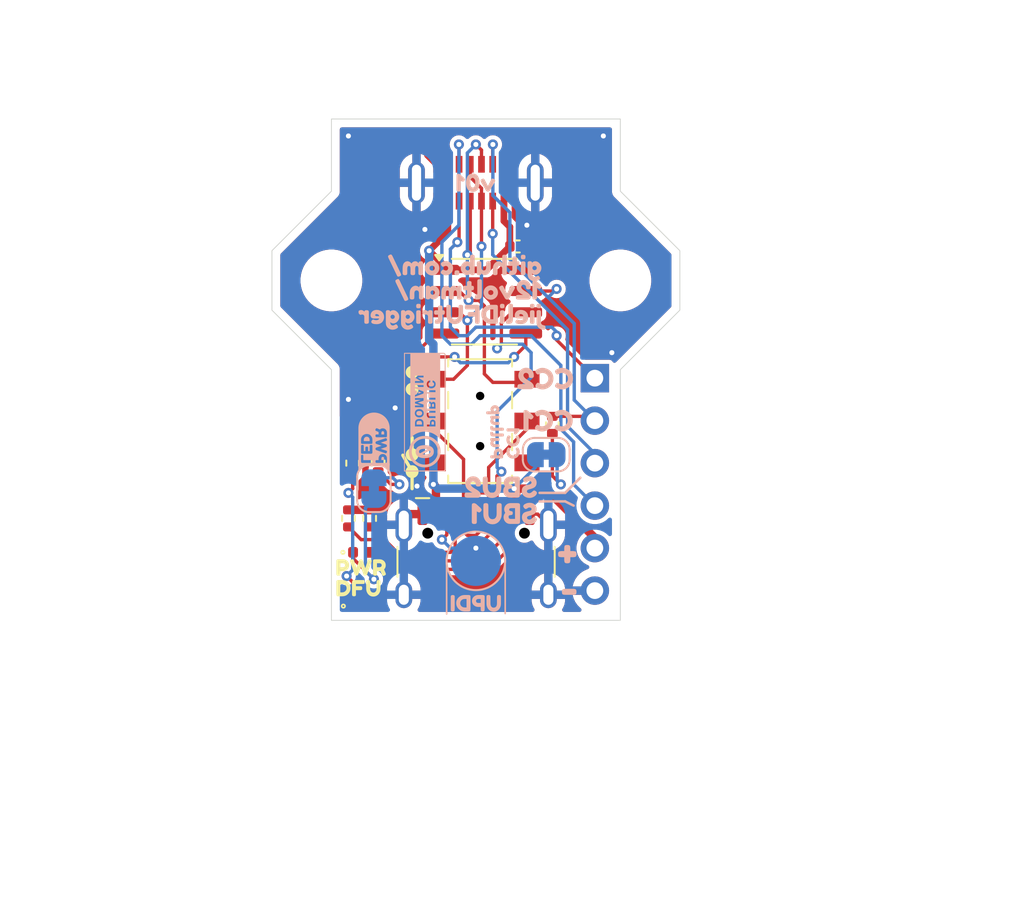
<source format=kicad_pcb>
(kicad_pcb (version 20240108) (generator "pcbnew") (generator_version "8.0")
  (layers (0 "F.Cu" signal) (31 "B.Cu" signal) (34 "B.Paste" user) (35 "F.Paste" user) (36 "B.SilkS" user "B.Silkscreen") (37 "F.SilkS" user "F.Silkscreen") (38 "B.Mask" user) (39 "F.Mask" user) (44 "Edge.Cuts" user))
  (net 0 "")
  (net 1 "GND")
  (net 2 "VBUS")
  (net 3 "/CC2up")
  (net 4 "/CC1up")
  (net 5 "/CC1down")
  (net 6 "/DMdown")
  (net 7 "/DPdown")
  (net 8 "/CC2down")
  (net 9 "/DPup")
  (net 10 "/DMup")
  (net 11 "/SBU2")
  (net 12 "/SBU1")
  (net 13 "Net-(D2-K)")
  (net 14 "/LED")
  (net 15 "/BUT")
  (net 16 "Net-(JP2-B)")
  (net 17 "Net-(D1-K)")
  (net 18 "Net-(JP1-B)")
  (net 21 "/UPDI")
  (footprint "Connector_PinHeader_2.54mm:PinHeader_1x06_P2.54mm_Vertical" (layer "F.Cu") (at 92.71 41.656)
    (property "Reference" "J3" (hide yes))
    (property "Value" "Conn_01x06")
    (pad "1" thru_hole rect (at 0 0) (size 1.7 1.7) (drill 1) (layers "*.Cu" "*.Mask") (net 8 "/CC2down"))
    (pad "2" thru_hole oval (at 0 2.54) (size 1.7 1.7) (drill 1) (layers "*.Cu" "*.Mask") (net 5 "/CC1down"))
    (pad "3" thru_hole oval (at 0 5.08) (size 1.7 1.7) (drill 1) (layers "*.Cu" "*.Mask") (net 11 "/SBU2"))
    (pad "4" thru_hole oval (at 0 7.62) (size 1.7 1.7) (drill 1) (layers "*.Cu" "*.Mask") (net 12 "/SBU1"))
    (pad "5" thru_hole oval (at 0 10.16) (size 1.7 1.7) (drill 1) (layers "*.Cu" "*.Mask") (net 2 "VBUS"))
    (pad "6" thru_hole oval (at 0 12.7) (size 1.7 1.7) (drill 1) (layers "*.Cu" "*.Mask") (net 1 "GND"))
  )
  (footprint "LED_SMD:LED_0402_1005Metric" (layer "F.Cu") (at 78.766944 55.28288)
    (property "Reference" "D1" (hide yes))
    (property "Value" "LED")
    (pad "1" smd roundrect (at -0.485 0) (size 0.59 0.64) (layers "F.Cu" "F.Paste" "F.Mask") (net 17 "Net-(D1-K)"))
    (pad "2" smd roundrect (at 0.485 0) (size 0.59 0.64) (layers "F.Cu" "F.Paste" "F.Mask") (net 2 "VBUS"))
  )
  (footprint "Resistor_SMD:R_0402_1005Metric" (layer "F.Cu") (at 79.756 46.736 -90)
    (property "Reference" "R4" (hide yes))
    (property "Value" "510")
    (pad "1" smd roundrect (at -0.509999 0 270) (size 0.54 0.64) (layers "F.Cu" "F.Paste" "F.Mask") (net 1 "GND"))
    (pad "2" smd roundrect (at 0.509999 0 270) (size 0.54 0.64) (layers "F.Cu" "F.Paste" "F.Mask") (net 18 "Net-(JP1-B)"))
  )
  (footprint "MountingHole:MountingHole_3.2mm_M3" (layer "F.Cu") (at 76.962 35.814)
    (property "Reference" "H2" (hide yes))
    (property "Value" "MountingHole")
    (pad "" np_thru_hole circle (at 0 0) (size 3.2 3.2) (drill 3.2) (layers "*.Cu" "*.Mask"))
  )
  (footprint "Connector_USB:USB_C_Receptacle_HCTL_HC-TYPE-C-16P-01A" (layer "F.Cu") (at 85.61 53.529)
    (property "Reference" "J1" (hide yes))
    (property "Value" "USB_C_Receptacle_USB2.0_16P")
    (pad "" np_thru_hole circle (at -2.89 -2.605) (size 0.65 0.65) (drill 0.65) (layers "*.Mask"))
    (pad "" np_thru_hole circle (at 2.89 -2.605) (size 0.65 0.65) (drill 0.65) (layers "*.Mask"))
    (pad "A1" smd roundrect (at -3.2 -3.745) (size 0.6 1.3) (layers "F.Cu" "F.Paste" "F.Mask") (net 1 "GND"))
    (pad "A4" smd roundrect (at -2.4 -3.745) (size 0.6 1.3) (layers "F.Cu" "F.Paste" "F.Mask") (net 2 "VBUS"))
    (pad "A5" smd roundrect (at -1.25 -3.745) (size 0.3 1.3) (layers "F.Cu" "F.Paste" "F.Mask") (net 4 "/CC1up"))
    (pad "A6" smd roundrect (at -0.25 -3.745) (size 0.3 1.3) (layers "F.Cu" "F.Paste" "F.Mask") (net 9 "/DPup"))
    (pad "A7" smd roundrect (at 0.25 -3.745) (size 0.3 1.3) (layers "F.Cu" "F.Paste" "F.Mask") (net 10 "/DMup"))
    (pad "A8" smd roundrect (at 1.25 -3.745) (size 0.3 1.3) (layers "F.Cu" "F.Paste" "F.Mask") (net 21 "/UPDI"))
    (pad "A9" smd roundrect (at 2.4 -3.745) (size 0.6 1.3) (layers "F.Cu" "F.Paste" "F.Mask") (net 2 "VBUS"))
    (pad "A12" smd roundrect (at 3.2 -3.745) (size 0.6 1.3) (layers "F.Cu" "F.Paste" "F.Mask") (net 1 "GND"))
    (pad "B1" smd roundrect (at 3.2 -3.745) (size 0.6 1.3) (layers "F.Cu" "F.Paste" "F.Mask") (net 1 "GND"))
    (pad "B4" smd roundrect (at 2.4 -3.745) (size 0.6 1.3) (layers "F.Cu" "F.Paste" "F.Mask") (net 2 "VBUS"))
    (pad "B5" smd roundrect (at 1.75 -3.745) (size 0.3 1.3) (layers "F.Cu" "F.Paste" "F.Mask") (net 3 "/CC2up"))
    (pad "B6" smd roundrect (at 0.75 -3.745) (size 0.3 1.3) (layers "F.Cu" "F.Paste" "F.Mask") (net 9 "/DPup"))
    (pad "B7" smd roundrect (at -0.75 -3.745) (size 0.3 1.3) (layers "F.Cu" "F.Paste" "F.Mask") (net 10 "/DMup"))
    (pad "B8" smd roundrect (at -1.75 -3.745) (size 0.3 1.3) (layers "F.Cu" "F.Paste" "F.Mask") (net 21 "/UPDI"))
    (pad "B9" smd roundrect (at -2.4 -3.745) (size 0.6 1.3) (layers "F.Cu" "F.Paste" "F.Mask") (net 2 "VBUS"))
    (pad "B12" smd roundrect (at -3.2 -3.745) (size 0.6 1.3) (layers "F.Cu" "F.Paste" "F.Mask") (net 1 "GND"))
    (pad "S1" thru_hole oval (at -4.32 -3.105) (size 1 2.1) (drill oval 0.6 1.7) (layers "*.Cu" "*.Mask") (net 1 "GND"))
    (pad "S1" thru_hole oval (at -4.32 1.075) (size 1 1.6) (drill oval 0.6 1.2) (layers "*.Cu" "*.Mask") (net 1 "GND"))
    (pad "S1" thru_hole oval (at 4.32 -3.105) (size 1 2.1) (drill oval 0.6 1.7) (layers "*.Cu" "*.Mask") (net 1 "GND"))
    (pad "S1" thru_hole oval (at 4.32 1.075) (size 1 1.6) (drill oval 0.6 1.2) (layers "*.Cu" "*.Mask") (net 1 "GND"))
  )
  (footprint "Resistor_SMD:R_0402_1005Metric" (layer "F.Cu") (at 79.248 50.038 90)
    (property "Reference" "R1" (hide yes))
    (property "Value" "5.1k")
    (pad "1" smd roundrect (at -0.509999 0 90) (size 0.54 0.64) (layers "F.Cu" "F.Paste" "F.Mask") (net 4 "/CC1up"))
    (pad "2" smd roundrect (at 0.509999 0 90) (size 0.54 0.64) (layers "F.Cu" "F.Paste" "F.Mask") (net 1 "GND"))
  )
  (footprint "Resistor_SMD:R_0402_1005Metric" (layer "F.Cu") (at 90.17 44.45 90)
    (property "Reference" "R5" (hide yes))
    (property "Value" "56k")
    (pad "1" smd roundrect (at -0.509999 0 90) (size 0.54 0.64) (layers "F.Cu" "F.Paste" "F.Mask") (net 16 "Net-(JP2-B)"))
    (pad "2" smd roundrect (at 0.509999 0 90) (size 0.54 0.64) (layers "F.Cu" "F.Paste" "F.Mask") (net 5 "/CC1down"))
  )
  (footprint "MountingHole:MountingHole_3.2mm_M3" (layer "F.Cu") (at 94.234 35.814)
    (property "Reference" "H1" (hide yes))
    (property "Value" "MountingHole")
    (pad "" np_thru_hole circle (at 0 0) (size 3.2 3.2) (drill 3.2) (layers "*.Cu" "*.Mask"))
  )
  (footprint "kibuzzard-668124E2" (layer "F.Cu") (at 78.74 53.594)
    (property "Reference" "kibuzzard-668124E2" (hide yes))
    (property "Value" "G***" (hide yes))
  )
  (footprint "LED_SMD:LED_0402_1005Metric" (layer "F.Cu") (at 78.74 52.07)
    (property "Reference" "D2" (hide yes))
    (property "Value" "LED")
    (pad "1" smd roundrect (at -0.485 0) (size 0.59 0.64) (layers "F.Cu" "F.Paste" "F.Mask") (net 13 "Net-(D2-K)"))
    (pad "2" smd roundrect (at 0.485 0) (size 0.59 0.64) (layers "F.Cu" "F.Paste" "F.Mask") (net 2 "VBUS"))
  )
  (footprint "Resistor_SMD:R_0402_1005Metric" (layer "F.Cu") (at 78.232 46.736 90)
    (property "Reference" "R3" (hide yes))
    (property "Value" "510")
    (pad "1" smd roundrect (at -0.509999 0 90) (size 0.54 0.64) (layers "F.Cu" "F.Paste" "F.Mask") (net 17 "Net-(D1-K)"))
    (pad "2" smd roundrect (at 0.509999 0 90) (size 0.54 0.64) (layers "F.Cu" "F.Paste" "F.Mask") (net 14 "/LED"))
  )
  (footprint "Resistor_SMD:R_0402_1005Metric" (layer "F.Cu") (at 77.978 50.038 90)
    (property "Reference" "R2" (hide yes))
    (property "Value" "5.1k")
    (pad "1" smd roundrect (at -0.509999 0 90) (size 0.54 0.64) (layers "F.Cu" "F.Paste" "F.Mask") (net 3 "/CC2up"))
    (pad "2" smd roundrect (at 0.509999 0 90) (size 0.54 0.64) (layers "F.Cu" "F.Paste" "F.Mask") (net 1 "GND"))
  )
  (footprint "Package_SO:SOIC-8_3.9x4.9mm_P1.27mm" (layer "F.Cu") (at 86.106 37.084)
    (property "Reference" "U1" (hide yes))
    (property "Value" "ATtiny412-SSNR")
    (pad "1" smd roundrect (at -2.475 -1.905) (size 1.95 0.6) (layers "F.Cu" "F.Paste" "F.Mask") (net 2 "VBUS"))
    (pad "2" smd roundrect (at -2.475 -0.635) (size 1.95 0.6) (layers "F.Cu" "F.Paste" "F.Mask") (net 7 "/DPdown"))
    (pad "3" smd roundrect (at -2.475 0.635) (size 1.95 0.6) (layers "F.Cu" "F.Paste" "F.Mask") (net 6 "/DMdown"))
    (pad "4" smd roundrect (at -2.475 1.905) (size 1.95 0.6) (layers "F.Cu" "F.Paste" "F.Mask") (net 14 "/LED"))
    (pad "5" smd roundrect (at 2.475 1.905) (size 1.95 0.6) (layers "F.Cu" "F.Paste" "F.Mask") (net 15 "/BUT"))
    (pad "6" smd roundrect (at 2.475 0.635) (size 1.95 0.6) (layers "F.Cu" "F.Paste" "F.Mask") (net 21 "/UPDI"))
    (pad "7" smd roundrect (at 2.475 -0.635) (size 1.95 0.6) (layers "F.Cu" "F.Paste" "F.Mask") (net 5 "/CC1down"))
    (pad "8" smd roundrect (at 2.475 -1.905) (size 1.95 0.6) (layers "F.Cu" "F.Paste" "F.Mask") (net 1 "GND"))
  )
  (footprint "Capacitor_SMD:C_0402_1005Metric" (layer "F.Cu") (at 88.11 33.782)
    (property "Reference" "C1" (hide yes))
    (property "Value" "1u")
    (pad "1" smd roundrect (at -0.48 0) (size 0.56 0.62) (layers "F.Cu" "F.Paste" "F.Mask") (net 2 "VBUS"))
    (pad "2" smd roundrect (at 0.48 0) (size 0.56 0.62) (layers "F.Cu" "F.Paste" "F.Mask") (net 1 "GND"))
  )
  (footprint "maxfootprints:DPDT-Slide_top" (layer "F.Cu") (at 85.852 44.22 -90)
    (property "Reference" "SW2" (hide yes))
    (property "Value" "SW_DPDT_x2")
    (pad "" np_thru_hole circle (at -1.5 0 270) (size 0.5 0.5) (drill 0.9) (layers "*.Mask"))
    (pad "" np_thru_hole circle (at 1.5 0 270) (size 0.5 0.5) (drill 0.9) (layers "*.Mask"))
    (pad "1" smd rect (at -2.5 -2.8 270) (size 1 1.5) (layers "F.Cu" "F.Paste" "F.Mask") (net 7 "/DPdown"))
    (pad "2" smd rect (at 0 -2.8 270) (size 1 1.5) (layers "F.Cu" "F.Paste" "F.Mask") (net 9 "/DPup"))
    (pad "3" smd rect (at 2.5 -2.8 270) (size 1 1.5) (layers "F.Cu" "F.Paste" "F.Mask"))
    (pad "4" smd rect (at -2.5 2.8 270) (size 1 1.5) (layers "F.Cu" "F.Paste" "F.Mask") (net 6 "/DMdown"))
    (pad "5" smd rect (at 0 2.8 270) (size 1 1.5) (layers "F.Cu" "F.Paste" "F.Mask") (net 10 "/DMup"))
    (pad "6" smd rect (at 2.5 2.8 270) (size 1 1.5) (layers "F.Cu" "F.Paste" "F.Mask"))
  )
  (footprint "maxfootprints:TINYTACTILE" (layer "F.Cu") (at 79.502 42.672 90)
    (property "Reference" "SW1" (hide yes))
    (property "Value" "SW_Push")
    (pad "1" smd rect (at -2.225001 0 90) (size 1.05 2) (layers "F.Cu" "F.Paste" "F.Mask") (net 15 "/BUT"))
    (pad "2" smd rect (at 2.225001 0 90) (size 1.05 2) (layers "F.Cu" "F.Paste" "F.Mask") (net 1 "GND"))
  )
  (footprint "maxfootprints:USB_C_PLUG_VERT_YTC-TC16S-128" (layer "F.Cu") (at 85.598 29.972)
    (property "Reference" "J2" (hide yes))
    (property "Value" "USB_C_Receptacle_USB2.0_16P" (hide yes))
    (pad "A1" smd rect (at 2.345 -1.1) (size 0.4 1) (layers "F.Cu" "F.Paste" "F.Mask") (net 1 "GND"))
    (pad "A4" smd rect (at 1.675 -1.1) (size 0.4 1) (layers "F.Cu" "F.Paste" "F.Mask") (net 2 "VBUS"))
    (pad "A5" smd rect (at 1.005 -1.1) (size 0.4 1) (layers "F.Cu" "F.Paste" "F.Mask") (net 5 "/CC1down"))
    (pad "A6" smd rect (at 0.335 -1.1) (size 0.4 1) (layers "F.Cu" "F.Paste" "F.Mask") (net 7 "/DPdown"))
    (pad "A7" smd rect (at -0.335 -1.1) (size 0.4 1) (layers "F.Cu" "F.Paste" "F.Mask") (net 6 "/DMdown"))
    (pad "A8" smd rect (at -1.005 -1.1) (size 0.4 1) (layers "F.Cu" "F.Paste" "F.Mask") (net 12 "/SBU1"))
    (pad "A9" smd rect (at -1.675 -1.1) (size 0.4 1) (layers "F.Cu" "F.Paste" "F.Mask") (net 2 "VBUS"))
    (pad "A12" smd rect (at -2.345 -1.1) (size 0.4 1) (layers "F.Cu" "F.Paste" "F.Mask") (net 1 "GND"))
    (pad "B1" smd rect (at -2.345 1.1) (size 0.4 1) (layers "F.Cu" "F.Paste" "F.Mask") (net 1 "GND"))
    (pad "B4" smd rect (at -1.675 1.1) (size 0.4 1) (layers "F.Cu" "F.Paste" "F.Mask") (net 2 "VBUS"))
    (pad "B5" smd rect (at -1.005 1.1) (size 0.4 1) (layers "F.Cu" "F.Paste" "F.Mask") (net 8 "/CC2down"))
    (pad "B6" smd rect (at -0.335 1.1) (size 0.4 1) (layers "F.Cu" "F.Paste" "F.Mask") (net 7 "/DPdown"))
    (pad "B7" smd rect (at 0.335 1.1) (size 0.4 1) (layers "F.Cu" "F.Paste" "F.Mask") (net 6 "/DMdown"))
    (pad "B8" smd rect (at 1.005 1.1) (size 0.4 1) (layers "F.Cu" "F.Paste" "F.Mask") (net 11 "/SBU2"))
    (pad "B9" smd rect (at 1.675 1.1) (size 0.4 1) (layers "F.Cu" "F.Paste" "F.Mask") (net 2 "VBUS"))
    (pad "B12" smd rect (at 2.345 1.1) (size 0.4 1) (layers "F.Cu" "F.Paste" "F.Mask") (net 1 "GND"))
    (pad "S1" thru_hole oval (at -3.55 0) (size 1 2.5) (drill oval 0.55 2.15) (layers "*.Cu" "*.Mask") (net 1 "GND"))
    (pad "S1" thru_hole oval (at 3.55 0) (size 1 2.5) (drill oval 0.55 2.15) (layers "*.Cu" "*.Mask") (net 1 "GND"))
  )
  (footprint "kibuzzard-6681489B" (layer "B.Cu") (at 89.744539 41.680571 180)
    (property "Reference" "kibuzzard-6681489B" (hide yes))
    (property "Value" "G***" (hide yes))
  )
  (footprint "kibuzzard-668146A2" (layer "B.Cu") (at 85.596431 55.118 180)
    (property "Reference" "kibuzzard-668146A2" (hide yes))
    (property "Value" "G***" (hide yes))
  )
  (footprint "kibuzzard-66814327" (layer "B.Cu") (at 84.168038 36.51126 180)
    (property "Reference" "kibuzzard-66814327" (hide yes))
    (property "Value" "G***" (hide yes))
  )
  (footprint "kibuzzard-66814765" (layer "B.Cu") (at 79.509622 45.295931 90)
    (property "Reference" "kibuzzard-66814765" (hide yes))
    (property "Value" "G***" (hide yes))
  )
  (footprint "kibuzzard-66814857" (layer "B.Cu") (at 87.217029 44.869486 90)
    (property "Reference" "kibuzzard-66814857" (hide yes))
    (property "Value" "G***" (hide yes))
  )
  (footprint "kibuzzard-668148BC" (layer "B.Cu") (at 87.08711 48.956022 180)
    (property "Reference" "kibuzzard-668148BC" (hide yes))
    (property "Value" "G***" (hide yes))
  )
  (footprint "kibuzzard-668145FF" (layer "B.Cu") (at 91.062268 53.117634 180)
    (property "Reference" "kibuzzard-668145FF" (hide yes))
    (property "Value" "G***" (hide yes))
  )
  (footprint "TestPoint:TestPoint_Pad_D3.0mm" (layer "B.Cu") (at 85.598 52.578 180)
    (property "Reference" "TP1" (hide yes))
    (property "Value" "TestPoint")
    (pad "1" smd circle (at 0 0 180) (size 3 3) (layers "B.Cu" "B.Mask") (net 21 "/UPDI"))
  )
  (footprint "kibuzzard-6680AAC4" (layer "B.Cu") (at 85.598 29.972 180)
    (property "Reference" "kibuzzard-6680AAC4" (hide yes))
    (property "Value" "G***" (hide yes))
  )
  (footprint "LOGO" (layer "B.Cu") (at 82.55 43.688 90)
    (property "Reference" "G***" (hide yes))
    (property "Value" "LOGO" (hide yes))
  )
  (footprint "Jumper:SolderJumper-2_P1.3mm_Bridged_RoundedPad1.0x1.5mm" (layer "B.Cu") (at 79.502 48.26 90)
    (property "Reference" "JP1" (hide yes))
    (property "Value" "SolderJumper_2_Bridged")
    (fp_poly (pts (xy 0.25 0.3) (xy -0.25 0.3) (xy -0.25 -0.3) (xy 0.25 -0.3)) (fill solid) (layer "B.Cu"))
    (pad "1" smd custom (at -0.649999 0 90) (size 1 0.5) (layers "B.Cu" "B.Mask") (net 13 "Net-(D2-K)") (options (clearance outline) (anchor rect)) (primitives (gr_circle (center 0 -0.25) (end 0.5 -0.25) (width 0) (fill yes)) (gr_circle (center 0 0.25) (end 0.5 0.25) (width 0) (fill yes)) (gr_poly (pts (xy 0.5 -0.75) (xy 0 -0.75) (xy 0 0.75) (xy 0.5 0.75)) (width 0) (fill yes))))
    (pad "2" smd custom (at 0.649999 0 90) (size 1 0.5) (layers "B.Cu" "B.Mask") (net 18 "Net-(JP1-B)") (options (clearance outline) (anchor rect)) (primitives (gr_circle (center 0 -0.25) (end 0.5 -0.25) (width 0) (fill yes)) (gr_circle (center 0 0.25) (end 0.5 0.25) (width 0) (fill yes)) (gr_poly (pts (xy 0 -0.75) (xy -0.5 -0.75) (xy -0.5 0.75) (xy 0 0.75)) (width 0) (fill yes))))
  )
  (footprint "kibuzzard-66814893" (layer "B.Cu") (at 89.916 44.196 180)
    (property "Reference" "kibuzzard-66814893" (hide yes))
    (property "Value" "G***" (hide yes))
  )
  (footprint "Jumper:SolderJumper-2_P1.3mm_Bridged_RoundedPad1.0x1.5mm" (layer "B.Cu") (at 89.804 46.228)
    (property "Reference" "JP2" (hide yes))
    (property "Value" "SolderJumper_2_Bridged")
    (fp_poly (pts (xy 0.25 0.3) (xy -0.25 0.3) (xy -0.25 -0.3) (xy 0.25 -0.3)) (fill solid) (layer "B.Cu"))
    (pad "1" smd custom (at -0.649999 0) (size 1 0.5) (layers "B.Cu" "B.Mask") (net 2 "VBUS") (options (clearance outline) (anchor rect)) (primitives (gr_circle (center 0 -0.25) (end 0.5 -0.25) (width 0) (fill yes)) (gr_circle (center 0 0.25) (end 0.5 0.25) (width 0) (fill yes)) (gr_poly (pts (xy 0.5 -0.75) (xy 0 -0.75) (xy 0 0.75) (xy 0.5 0.75)) (width 0) (fill yes))))
    (pad "2" smd custom (at 0.649999 0) (size 1 0.5) (layers "B.Cu" "B.Mask") (net 16 "Net-(JP2-B)") (options (clearance outline) (anchor rect)) (primitives (gr_circle (center 0 -0.25) (end 0.5 -0.25) (width 0) (fill yes)) (gr_circle (center 0 0.25) (end 0.5 0.25) (width 0) (fill yes)) (gr_poly (pts (xy 0 -0.75) (xy -0.5 -0.75) (xy -0.5 0.75) (xy 0 0.75)) (width 0) (fill yes))))
  )
  (gr_line (start 83.848 52.479591) (end 83.84938 55.747301) (stroke (width 0.1)) (layer "B.SilkS"))
  (gr_line (start 90.932 48.514) (end 91.838971 47.609207) (stroke (width 0.15)) (layer "B.SilkS"))
  (gr_line (start 89.408 49.022) (end 90.932 49.022) (stroke (width 0.15)) (layer "B.SilkS"))
  (gr_line (start 90.932 49.022) (end 91.44 49.276) (stroke (width 0.15)) (layer "B.SilkS"))
  (gr_line (start 87.348 52.479591) (end 87.35198 55.724409) (stroke (width 0.1)) (layer "B.SilkS"))
  (gr_poly (pts (xy 80.443924 47.166815) (xy 79.958935 46.770006) (xy 80.445369 46.748465)) (fill solid) (layer "B.SilkS"))
  (gr_poly (pts (xy 78.972131 46.818904) (xy 78.5718 47.176989) (xy 78.575192 46.878535)) (fill solid) (layer "B.SilkS"))
  (gr_line (start 89.408 48.514) (end 90.932 48.514) (stroke (width 0.15)) (layer "B.SilkS"))
  (gr_line (start 81.78513 48.26) (end 81.78513 47.244) (stroke (width 0.2)) (layer "F.SilkS"))
  (gr_line (start 81.788 43.332322) (end 81.788 42.316322) (stroke (width 0.2)) (layer "F.SilkS"))
  (gr_line (start 81.788 42.316322) (end 81.788 41.300322) (stroke (width 0.2)) (layer "F.SilkS"))
  (gr_line (start 81.78513 46.228) (end 81.78513 45.212) (stroke (width 0.2)) (layer "F.SilkS"))
  (gr_circle (center 81.788 41.300322) (end 81.873919 41.303337) (stroke (width 0.3)) (fill none) (layer "F.SilkS"))
  (gr_line (start 81.788 41.300322) (end 81.788 40.284322) (stroke (width 0.2)) (layer "F.SilkS"))
  (gr_circle (center 81.788 42.316322) (end 81.873919 42.319337) (stroke (width 0.3)) (fill none) (layer "F.SilkS"))
  (gr_line (start 81.78513 47.244) (end 81.230941 46.263983) (stroke (width 0.2)) (layer "F.SilkS"))
  (gr_circle (center 81.78513 46.228) (end 81.871049 46.231015) (stroke (width 0.3)) (fill none) (layer "F.SilkS"))
  (gr_circle (center 81.78513 47.244) (end 81.871049 47.247015) (stroke (width 0.3)) (fill none) (layer "F.SilkS"))
  (gr_poly (pts (xy 76.962 26.162) (xy 94.234 26.162) (xy 94.234 30.48) (xy 97.79 34.036) (xy 97.79 37.592) (xy 94.234 41.148) (xy 94.234 56.134) (xy 76.962 56.134) (xy 76.962 41.148) (xy 73.406 37.592) (xy 73.406 34.036) (xy 76.962 30.48)) (stroke (width 0.05)) (fill none) (layer "Edge.Cuts"))
  (segment (start 87.943 28.872) (end 87.943 31.072) (width 0.2) (layer "F.Cu") (net 1))
  (segment (start 83.253 28.872) (end 83.253 31.072) (width 0.2) (layer "F.Cu") (net 1))
  (segment (start 88.81 49.784) (end 89.29 49.784) (width 0.2) (layer "F.Cu") (net 1))
  (segment (start 89.29 49.784) (end 89.93 50.424) (width 0.2) (layer "F.Cu") (net 1))
  (via (at 93.218 27.178) (size 0.6) (drill 0.3) (layers "F.Cu" "B.Cu") (net 1))
  (via (at 88.646 32.512) (size 0.6) (drill 0.3) (layers "F.Cu" "B.Cu") (net 1))
  (via (at 93.726 40.132) (size 0.6) (drill 0.3) (layers "F.Cu" "B.Cu") (net 1))
  (via (at 77.978 42.926) (size 0.6) (drill 0.3) (layers "F.Cu" "B.Cu") (net 1))
  (via (at 82.55 32.766) (size 0.6) (drill 0.3) (layers "F.Cu" "B.Cu") (net 1))
  (via (at 77.978 27.178) (size 0.6) (drill 0.3) (layers "F.Cu" "B.Cu") (net 1))
  (via (at 80.772 43.434) (size 0.6) (drill 0.3) (layers "F.Cu" "B.Cu") (net 1))
  (via (at 82.079595 48.109042) (size 0.6) (drill 0.3) (layers "F.Cu" "B.Cu") (net 1))
  (segment (start 87.884 48.26) (end 89.765569 48.26) (width 0.5) (layer "F.Cu") (net 2))
  (segment (start 87.273 28.872) (end 87.273 31.072) (width 0.2) (layer "F.Cu") (net 2))
  (segment (start 87.63 33.782) (end 87.63 32.615) (width 0.4) (layer "F.Cu") (net 2))
  (segment (start 89.765569 48.26) (end 92.71 51.204431) (width 0.5) (layer "F.Cu") (net 2))
  (segment (start 80.241 53.086) (end 86.36 53.086) (width 0.2) (layer "F.Cu") (net 2))
  (segment (start 92.71 51.204431) (end 92.71 51.308) (width 0.5) (layer "F.Cu") (net 2))
  (segment (start 83.923 28.872) (end 83.923 31.072) (width 0.2) (layer "F.Cu") (net 2))
  (segment (start 80.151876 52.996876) (end 79.971 52.816) (width 0.2) (layer "F.Cu") (net 2))
  (segment (start 86.233 35.179) (end 87.63 33.782) (width 0.4) (layer "F.Cu") (net 2))
  (segment (start 92.71 51.308) (end 92.71 51.816) (width 0.5) (layer "F.Cu") (net 2))
  (segment (start 79.225 55.372) (end 80.151876 54.445124) (width 0.2) (layer "F.Cu") (net 2))
  (segment (start 83.631 35.179) (end 83.631 34.863) (width 0.4) (layer "F.Cu") (net 2))
  (segment (start 87.81 49.984) (end 88.01 49.784) (width 0.2) (layer "F.Cu") (net 2))
  (segment (start 86.36 53.086) (end 87.81 51.636) (width 0.2) (layer "F.Cu") (net 2))
  (segment (start 88.01 48.386) (end 88.01 49.784) (width 0.5) (layer "F.Cu") (net 2))
  (segment (start 79.225 52.07) (end 79.971 52.816) (width 0.2) (layer "F.Cu") (net 2))
  (segment (start 87.884 48.26) (end 88.01 48.386) (width 0.2) (layer "F.Cu") (net 2))
  (segment (start 83.923 32.917) (end 82.804 34.036) (width 0.4) (layer "F.Cu") (net 2))
  (segment (start 83.631 35.179) (end 86.233 35.179) (width 0.4) (layer "F.Cu") (net 2))
  (segment (start 87.273 32.258) (end 87.273 31.072) (width 0.4) (layer "F.Cu") (net 2))
  (segment (start 83.923 31.072) (end 83.923 32.917) (width 0.4) (layer "F.Cu") (net 2))
  (segment (start 87.81 51.636) (end 87.81 49.984) (width 0.2) (layer "F.Cu") (net 2))
  (segment (start 80.151876 52.996876) (end 80.241 53.086) (width 0.2) (layer "F.Cu") (net 2))
  (segment (start 80.151876 54.445124) (end 80.151876 52.996876) (width 0.2) (layer "F.Cu") (net 2))
  (segment (start 83.21 49.784) (end 83.21 48.158) (width 0.5) (layer "F.Cu") (net 2))
  (segment (start 83.631 34.863) (end 82.804 34.036) (width 0.4) (layer "F.Cu") (net 2))
  (segment (start 83.21 48.158) (end 83.058 48.006) (width 0.2) (layer "F.Cu") (net 2))
  (segment (start 87.63 32.615) (end 87.273 32.258) (width 0.4) (layer "F.Cu") (net 2))
  (via (at 82.804 34.036) (size 0.6) (drill 0.3) (layers "F.Cu" "B.Cu") (net 2))
  (via (at 83.058 48.006) (size 0.6) (drill 0.3) (layers "F.Cu" "B.Cu") (net 2))
  (via (at 87.884 48.26) (size 0.6) (drill 0.3) (layers "F.Cu" "B.Cu") (net 2))
  (segment (start 89.154 46.99) (end 87.884 48.26) (width 0.2) (layer "B.Cu") (net 2))
  (segment (start 83.058 48.006) (end 83.058 39.624) (width 0.5) (layer "B.Cu") (net 2))
  (segment (start 82.804 39.37) (end 82.804 34.036) (width 0.5) (layer "B.Cu") (net 2))
  (segment (start 83.058 39.624) (end 82.804 39.37) (width 0.5) (layer "B.Cu") (net 2))
  (segment (start 89.154 45.974) (end 89.154 46.99) (width 0.2) (layer "B.Cu") (net 2))
  (segment (start 87.884 48.26) (end 83.312 48.26) (width 0.5) (layer "B.Cu") (net 2))
  (segment (start 83.312 48.26) (end 83.058 48.006) (width 0.2) (layer "B.Cu") (net 2))
  (segment (start 78.738001 51.308) (end 79.442315 51.308) (width 0.2) (layer "F.Cu") (net 3))
  (segment (start 77.978 50.547999) (end 78.738001 51.308) (width 0.2) (layer "F.Cu") (net 3))
  (segment (start 85.895265 52.578) (end 87.36 51.113265) (width 0.2) (layer "F.Cu") (net 3))
  (segment (start 87.36 51.113265) (end 87.36 49.784) (width 0.2) (layer "F.Cu") (net 3))
  (segment (start 79.442315 51.308) (end 80.712315 52.578) (width 0.2) (layer "F.Cu") (net 3))
  (segment (start 80.712315 52.578) (end 85.895265 52.578) (width 0.2) (layer "F.Cu") (net 3))
  (segment (start 84.36 51.784) (end 84.36 49.784) (width 0.2) (layer "F.Cu") (net 4))
  (segment (start 84.074 52.07) (end 84.36 51.784) (width 0.2) (layer "F.Cu") (net 4))
  (segment (start 80.898 52.07) (end 84.074 52.07) (width 0.2) (layer "F.Cu") (net 4))
  (segment (start 79.248 50.547999) (end 79.375999 50.547999) (width 0.2) (layer "F.Cu") (net 4))
  (segment (start 79.375999 50.547999) (end 80.898 52.07) (width 0.2) (layer "F.Cu") (net 4))
  (segment (start 86.603 27.697) (end 86.614 27.686) (width 0.2) (layer "F.Cu") (net 5))
  (segment (start 86.603 28.872) (end 86.603 27.697) (width 0.2) (layer "F.Cu") (net 5))
  (segment (start 90.297 36.449) (end 90.424 36.322) (width 0.2) (layer "F.Cu") (net 5))
  (segment (start 90.17 43.940001) (end 92.454001 43.940001) (width 0.2) (layer "F.Cu") (net 5))
  (segment (start 88.581 36.449) (end 90.297 36.449) (width 0.2) (layer "F.Cu") (net 5))
  (segment (start 92.454001 43.940001) (end 92.71 44.196) (width 0.2) (layer "F.Cu") (net 5))
  (via (at 90.424 36.322) (size 0.6) (drill 0.3) (layers "F.Cu" "B.Cu") (net 5))
  (via (at 86.614 27.686) (size 0.6) (drill 0.3) (layers "F.Cu" "B.Cu") (net 5))
  (segment (start 87.63 31.75) (end 86.614 30.734) (width 0.2) (layer "B.Cu") (net 5))
  (segment (start 90.424 36.322) (end 89.916 36.83) (width 0.2) (layer "B.Cu") (net 5))
  (segment (start 86.614 30.734) (end 86.614 27.686) (width 0.2) (layer "B.Cu") (net 5))
  (segment (start 91.478 38.392) (end 89.916 36.83) (width 0.2) (layer "B.Cu") (net 5))
  (segment (start 89.916 36.83) (end 87.63 34.544) (width 0.2) (layer "B.Cu") (net 5))
  (segment (start 87.63 34.544) (end 87.63 31.75) (width 0.2) (layer "B.Cu") (net 5))
  (segment (start 91.478 42.964) (end 91.478 38.392) (width 0.2) (layer "B.Cu") (net 5))
  (segment (start 92.71 44.196) (end 91.478 42.964) (width 0.2) (layer "B.Cu") (net 5))
  (segment (start 85.933 33.782) (end 85.933 31.072) (width 0.2) (layer "F.Cu") (net 6))
  (segment (start 84.605999 37.719) (end 83.631 37.719) (width 0.2) (layer "F.Cu") (net 6))
  (segment (start 85.038499 38.151501) (end 84.605999 37.719) (width 0.2) (layer "F.Cu") (net 6))
  (segment (start 85.933 30.307) (end 85.933 31.072) (width 0.2) (layer "F.Cu") (net 6))
  (segment (start 83.052 41.72) (end 84.264 41.72) (width 0.2) (layer "F.Cu") (net 6))
  (segment (start 85.09 40.894) (end 85.09 38.203002) (width 0.2) (layer "F.Cu") (net 6))
  (segment (start 84.264 41.72) (end 85.09 40.894) (width 0.2) (layer "F.Cu") (net 6))
  (segment (start 85.09 38.203002) (end 85.038499 38.151501) (width 0.2) (layer "F.Cu") (net 6))
  (segment (start 85.263 29.637) (end 85.933 30.307) (width 0.2) (layer "F.Cu") (net 6))
  (segment (start 85.263 28.872) (end 85.263 29.637) (width 0.2) (layer "F.Cu") (net 6))
  (via (at 85.09 38.203002) (size 0.6) (drill 0.3) (layers "F.Cu" "B.Cu") (net 6))
  (via (at 85.933 33.782) (size 0.6) (drill 0.3) (layers "F.Cu" "B.Cu") (net 6))
  (segment (start 85.933 33.782) (end 85.933 37.360002) (width 0.2) (layer "B.Cu") (net 6))
  (segment (start 85.933 37.360002) (end 85.09 38.203002) (width 0.2) (layer "B.Cu") (net 6))
  (segment (start 85.7765 37.0085) (end 85.1655 37.0085) (width 0.2) (layer "F.Cu") (net 7))
  (segment (start 85.09 34.29) (end 85.263 34.117) (width 0.2) (layer "F.Cu") (net 7))
  (segment (start 86.106 41.402) (end 86.106 37.338) (width 0.2) (layer "F.Cu") (net 7))
  (segment (start 88.652 41.72) (end 88.462 41.91) (width 0.2) (layer "F.Cu") (net 7))
  (segment (start 84.605999 36.449) (end 83.631 36.449) (width 0.2) (layer "F.Cu") (net 7))
  (segment (start 85.933 28.872) (end 85.933 28.021) (width 0.2) (layer "F.Cu") (net 7))
  (segment (start 88.462 41.91) (end 86.614 41.91) (width 0.2) (layer "F.Cu") (net 7))
  (segment (start 86.614 41.91) (end 86.106 41.402) (width 0.2) (layer "F.Cu") (net 7))
  (segment (start 85.1655 37.0085) (end 84.605999 36.449) (width 0.2) (layer "F.Cu") (net 7))
  (segment (start 85.933 28.021) (end 85.598 27.686) (width 0.2) (layer "F.Cu") (net 7))
  (segment (start 86.106 37.338) (end 85.7765 37.0085) (width 0.2) (layer "F.Cu") (net 7))
  (segment (start 85.263 34.117) (end 85.263 31.072) (width 0.2) (layer "F.Cu") (net 7))
  (via (at 85.09 34.29) (size 0.6) (drill 0.3) (layers "F.Cu" "B.Cu") (net 7))
  (via (at 85.1655 37.0085) (size 0.6) (drill 0.3) (layers "F.Cu" "B.Cu") (net 7))
  (via (at 85.598 27.686) (size 0.6) (drill 0.3) (layers "F.Cu" "B.Cu") (net 7))
  (segment (start 85.09 34.29) (end 85.09 36.933) (width 0.2) (layer "B.Cu") (net 7))
  (segment (start 85.09 36.933) (end 85.1655 37.0085) (width 0.2) (layer "B.Cu") (net 7))
  (segment (start 85.09 34.29) (end 85.09 28.194) (width 0.2) (layer "B.Cu") (net 7))
  (segment (start 85.09 28.194) (end 85.598 27.686) (width 0.2) (layer "B.Cu") (net 7))
  (segment (start 84.593 33.425) (end 84.593 31.072) (width 0.2) (layer "F.Cu") (net 8))
  (segment (start 92.708001 41.654001) (end 92.71 41.656) (width 0.2) (layer "F.Cu") (net 8))
  (segment (start 90.424 39.37) (end 92.71 41.656) (width 0.2) (layer "F.Cu") (net 8))
  (segment (start 84.49 33.528) (end 84.593 33.425) (width 0.2) (layer "F.Cu") (net 8))
  (segment (start 90.424 39.116) (end 90.424 39.37) (width 0.2) (layer "F.Cu") (net 8))
  (via (at 90.424 39.116) (size 0.6) (drill 0.3) (layers "F.Cu" "B.Cu") (net 8))
  (via (at 84.49 33.528) (size 0.6) (drill 0.3) (layers "F.Cu" "B.Cu") (net 8))
  (segment (start 85.598 38.608) (end 90.137 38.608) (width 0.2) (layer "B.Cu") (net 8))
  (segment (start 84.074 38.608) (end 84.582 39.116) (width 0.2) (layer "B.Cu") (net 8))
  (segment (start 84.49 33.528) (end 84.074 33.944) (width 0.2) (layer "B.Cu") (net 8))
  (segment (start 90.137 38.608) (end 90.424 38.895) (width 0.2) (layer "B.Cu") (net 8))
  (segment (start 90.424 38.895) (end 90.424 39.116) (width 0.2) (layer "B.Cu") (net 8))
  (segment (start 85.09 39.116) (end 85.598 38.608) (width 0.2) (layer "B.Cu") (net 8))
  (segment (start 84.074 33.944) (end 84.074 38.608) (width 0.2) (layer "B.Cu") (net 8))
  (segment (start 84.582 39.116) (end 85.09 39.116) (width 0.2) (layer "B.Cu") (net 8))
  (segment (start 86.36 46.99) (end 88.652 44.698) (width 0.2) (layer "F.Cu") (net 9))
  (segment (start 85.598 48.514) (end 86.36 48.514) (width 0.2) (layer "F.Cu") (net 9))
  (segment (start 86.36 49.784) (end 86.36 48.514) (width 0.2) (layer "F.Cu") (net 9))
  (segment (start 86.36 48.514) (end 86.36 46.99) (width 0.2) (layer "F.Cu") (net 9))
  (segment (start 85.36 48.752) (end 85.598 48.514) (width 0.2) (layer "F.Cu") (net 9))
  (segment (start 85.36 49.784) (end 85.36 48.752) (width 0.2) (layer "F.Cu") (net 9))
  (segment (start 88.652 44.698) (end 88.652 44.22) (width 0.2) (layer "F.Cu") (net 9))
  (segment (start 85.86 50.792) (end 85.86 49.784) (width 0.2) (layer "F.Cu") (net 10))
  (segment (start 85.09 51.054) (end 85.598 51.054) (width 0.2) (layer "F.Cu") (net 10))
  (segment (start 83.052 44.698) (end 83.052 44.22) (width 0.2) (layer "F.Cu") (net 10))
  (segment (start 84.86 46.506) (end 83.052 44.698) (width 0.2) (layer "F.Cu") (net 10))
  (segment (start 85.598 51.054) (end 85.86 50.792) (width 0.2) (layer "F.Cu") (net 10))
  (segment (start 84.86 49.784) (end 84.86 50.824) (width 0.2) (layer "F.Cu") (net 10))
  (segment (start 84.86 49.784) (end 84.86 46.506) (width 0.2) (layer "F.Cu") (net 10))
  (segment (start 84.86 50.824) (end 85.09 51.054) (width 0.2) (layer "F.Cu") (net 10))
  (segment (start 86.603 33.02) (end 86.603 31.072) (width 0.2) (layer "F.Cu") (net 11))
  (via (at 86.603 33.02) (size 0.6) (drill 0.3) (layers "F.Cu" "B.Cu") (net 11))
  (segment (start 92.71 46.170314) (end 92.71 46.736) (width 0.2) (layer "B.Cu") (net 11))
  (segment (start 91.078 44.538314) (end 92.71 46.170314) (width 0.2) (layer "B.Cu") (net 11))
  (segment (start 91.078 38.754) (end 91.078 44.538314) (width 0.2) (layer "B.Cu") (net 11))
  (segment (start 86.603 33.02) (end 86.603 34.279) (width 0.2) (layer "B.Cu") (net 11))
  (segment (start 86.603 34.279) (end 91.078 38.754) (width 0.2) (layer "B.Cu") (net 11))
  (segment (start 84.593 28.872) (end 84.593 27.697) (width 0.2) (layer "F.Cu") (net 12))
  (segment (start 84.593 27.697) (end 84.582 27.686) (width 0.2) (layer "F.Cu") (net 12))
  (via (at 84.582 27.686) (size 0.6) (drill 0.3) (layers "F.Cu" "B.Cu") (net 12))
  (segment (start 85.852 39.116) (end 85.344 39.624) (width 0.2) (layer "B.Cu") (net 12))
  (segment (start 90.678 44.704) (end 90.678 40.894) (width 0.2) (layer "B.Cu") (net 12))
  (segment (start 84.074 39.624) (end 83.566 39.116) (width 0.2) (layer "B.Cu") (net 12))
  (segment (start 92.71 49.276) (end 91.44 48.006) (width 0.2) (layer "B.Cu") (net 12))
  (segment (start 90.678 40.894) (end 88.9 39.116) (width 0.2) (layer "B.Cu") (net 12))
  (segment (start 91.44 48.006) (end 91.44 45.466) (width 0.2) (layer "B.Cu") (net 12))
  (segment (start 83.566 39.116) (end 83.566 33.528) (width 0.2) (layer "B.Cu") (net 12))
  (segment (start 84.582 32.512) (end 84.582 27.686) (width 0.2) (layer "B.Cu") (net 12))
  (segment (start 85.344 39.624) (end 84.074 39.624) (width 0.2) (layer "B.Cu") (net 12))
  (segment (start 83.566 33.528) (end 84.582 32.512) (width 0.2) (layer "B.Cu") (net 12))
  (segment (start 91.44 45.466) (end 90.678 44.704) (width 0.2) (layer "B.Cu") (net 12))
  (segment (start 88.9 39.116) (end 85.852 39.116) (width 0.2) (layer "B.Cu") (net 12))
  (segment (start 78.255 52.430006) (end 78.255 52.07) (width 0.2) (layer "F.Cu") (net 13))
  (segment (start 79.502 53.677006) (end 78.255 52.430006) (width 0.2) (layer "F.Cu") (net 13))
  (via (at 79.502 53.677006) (size 0.6) (drill 0.3) (layers "F.Cu" "B.Cu") (net 13))
  (segment (start 79.502 53.677006) (end 78.994 53.169006) (width 0.2) (layer "B.Cu") (net 13))
  (segment (start 78.994 49.417999) (end 79.502 48.909999) (width 0.2) (layer "B.Cu") (net 13))
  (segment (start 78.994 53.169006) (end 78.994 49.417999) (width 0.2) (layer "B.Cu") (net 13))
  (segment (start 78.232 46.226001) (end 77.724 45.718001) (width 0.2) (layer "F.Cu") (net 14))
  (segment (start 83.185 38.989) (end 83.631 38.989) (width 0.2) (layer "F.Cu") (net 14))
  (segment (start 77.724 44.45) (end 83.185 38.989) (width 0.2) (layer "F.Cu") (net 14))
  (segment (start 77.724 45.718001) (end 77.724 44.45) (width 0.2) (layer "F.Cu") (net 14))
  (segment (start 82.536 40.386) (end 79.502 43.42) (width 0.2) (layer "F.Cu") (net 15))
  (segment (start 87.884 40.386) (end 88.581 39.689) (width 0.2) (layer "F.Cu") (net 15))
  (segment (start 88.581 39.689) (end 88.581 38.989) (width 0.2) (layer "F.Cu") (net 15))
  (segment (start 84.328 40.386) (end 82.536 40.386) (width 0.2) (layer "F.Cu") (net 15))
  (segment (start 79.502 43.42) (end 79.502 44.897001) (width 0.2) (layer "F.Cu") (net 15))
  (via (at 87.884 40.386) (size 0.6) (drill 0.3) (layers "F.Cu" "B.Cu") (net 15))
  (via (at 84.328 40.386) (size 0.6) (drill 0.3) (layers "F.Cu" "B.Cu") (net 15))
  (segment (start 87.884 40.386) (end 87.538 40.732) (width 0.2) (layer "B.Cu") (net 15))
  (segment (start 84.674 40.732) (end 84.328 40.386) (width 0.2) (layer "B.Cu") (net 15))
  (segment (start 87.538 40.732) (end 84.674 40.732) (width 0.2) (layer "B.Cu") (net 15))
  (segment (start 90.17 47.498) (end 90.17 44.959999) (width 0.2) (layer "F.Cu") (net 16))
  (segment (start 90.678 48.006) (end 90.17 47.498) (width 0.2) (layer "F.Cu") (net 16))
  (via (at 90.678 48.006) (size 0.6) (drill 0.3) (layers "F.Cu" "B.Cu") (net 16))
  (segment (start 90.678 48.006) (end 90.454 47.782) (width 0.2) (layer "B.Cu") (net 16))
  (segment (start 90.454 47.782) (end 90.454 45.974) (width 0.2) (layer "B.Cu") (net 16))
  (segment (start 78.255 53.871) (end 78.255 55.372) (width 0.2) (layer "F.Cu") (net 17))
  (segment (start 77.978 48.514) (end 78.232 48.26) (width 0.2) (layer "F.Cu") (net 17))
  (segment (start 78.232 48.26) (end 78.232 47.245999) (width 0.2) (layer "F.Cu") (net 17))
  (segment (start 77.87 53.486) (end 78.255 53.871) (width 0.2) (layer "F.Cu") (net 17))
  (via (at 77.87 53.486) (size 0.6) (drill 0.3) (layers "F.Cu" "B.Cu") (net 17))
  (via (at 77.978 48.514) (size 0.6) (drill 0.3) (layers "F.Cu" "B.Cu") (net 17))
  (segment (start 78.232 48.768) (end 77.978 48.514) (width 0.2) (layer "B.Cu") (net 17))
  (segment (start 77.87 53.486) (end 78.232 53.124) (width 0.2) (layer "B.Cu") (net 17))
  (segment (start 78.232 53.124) (end 78.232 48.768) (width 0.2) (layer "B.Cu") (net 17))
  (segment (start 80.516001 48.006) (end 79.756 47.245999) (width 0.2) (layer "F.Cu") (net 18))
  (segment (start 81.026 48.006) (end 80.516001 48.006) (width 0.2) (layer "F.Cu") (net 18))
  (via (at 81.026 48.006) (size 0.6) (drill 0.3) (layers "F.Cu" "B.Cu") (net 18))
  (segment (start 80.630001 47.610001) (end 81.026 48.006) (width 0.2) (layer "B.Cu") (net 18))
  (segment (start 79.502 47.610001) (end 80.630001 47.610001) (width 0.2) (layer "B.Cu") (net 18))
  (segment (start 86.86 49.784) (end 86.86 50.554) (width 0.2) (layer "F.Cu") (net 21))
  (segment (start 86.86 47.506) (end 87.122 47.244) (width 0.2) (layer "F.Cu") (net 21))
  (segment (start 83.86 51.014) (end 83.566 51.308) (width 0.2) (layer "F.Cu") (net 21))
  (segment (start 87.122 39.624) (end 87.122 38.354) (width 0.2) (layer "F.Cu") (net 21))
  (segment (start 86.868 39.878) (end 87.122 39.624) (width 0.2) (layer "F.Cu") (net 21))
  (segment (start 86.86 49.784) (end 86.86 47.506) (width 0.2) (layer "F.Cu") (net 21))
  (segment (start 86.86 50.554) (end 85.598 51.816) (width 0.2) (layer "F.Cu") (net 21))
  (segment (start 83.86 49.784) (end 83.86 51.014) (width 0.2) (layer "F.Cu") (net 21))
  (segment (start 87.122 38.354) (end 87.757 37.719) (width 0.2) (layer "F.Cu") (net 21))
  (segment (start 87.757 37.719) (end 88.581 37.719) (width 0.2) (layer "F.Cu") (net 21))
  (via (at 86.868 39.878) (size 0.6) (drill 0.3) (layers "F.Cu" "B.Cu") (net 21))
  (via (at 87.122 47.244) (size 0.6) (drill 0.3) (layers "F.Cu" "B.Cu") (net 21))
  (via (at 85.598 51.816) (size 0.6) (drill 0.3) (layers "F.Cu" "B.Cu") (net 21))
  (via (at 83.566 51.308) (size 0.6) (drill 0.3) (layers "F.Cu" "B.Cu") (net 21))
  (segment (start 87.122 39.624) (end 88.392 39.624) (width 0.2) (layer "B.Cu") (net 21))
  (segment (start 88.392 39.624) (end 88.9 40.132) (width 0.2) (layer "B.Cu") (net 21))
  (segment (start 86.868 43.644735) (end 86.868 46.99) (width 0.2) (layer "B.Cu") (net 21))
  (segment (start 86.868 39.878) (end 87.122 39.624) (width 0.2) (layer "B.Cu") (net 21))
  (segment (start 83.566 51.308) (end 84.074 51.816) (width 0.2) (layer "B.Cu") (net 21))
  (segment (start 88.9 40.132) (end 88.9 41.612735) (width 0.2) (layer "B.Cu") (net 21))
  (segment (start 86.868 46.99) (end 87.122 47.244) (width 0.2) (layer "B.Cu") (net 21))
  (segment (start 84.074 51.816) (end 85.598 51.816) (width 0.2) (layer "B.Cu") (net 21))
  (segment (start 88.9 41.612735) (end 86.868 43.644735) (width 0.2) (layer "B.Cu") (net 21))
  (zone (net 0) (net_name "") (layer "F.Cu") (connect_pads (clearance 0)) (min_thickness 0.25)
    (keepout (tracks allowed) (vias allowed) (pads allowed) (copperpour not_allowed) (footprints allowed))
    (fill (thermal_gap 0.5) (thermal_bridge_width 0.5))
    (polygon (pts (xy 82.042 41.656) (xy 82.042 46.482) (xy 84.074 46.482) (xy 84.074 41.656)))
  )
  (zone (net 1) (net_name "GND") (layers "F&B.Cu") (connect_pads (clearance 0.25)) (min_thickness 0.25) (fill yes (thermal_gap 0.5) (thermal_bridge_width 0.5))
    (polygon (pts (xy 57.404 19.812) (xy 118.364 19.05) (xy 118.364 73.152) (xy 57.658 72.136) (xy 57.15 20.066)))
  )
)
</source>
